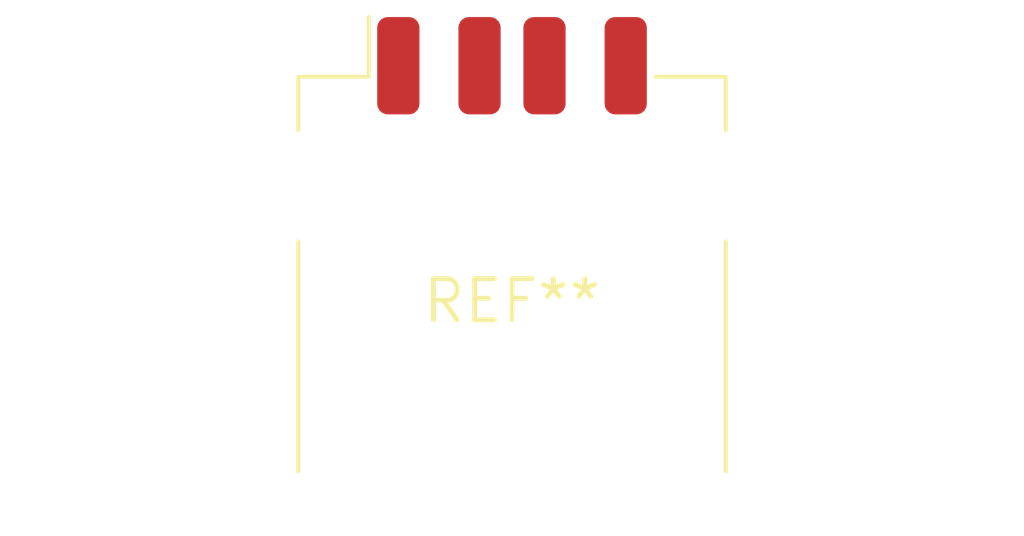
<source format=kicad_pcb>
(kicad_pcb (version 20240108) (generator pcbnew)
  (layers (0 "F.Cu" signal) (31 "B.Cu" signal) (34 "B.Paste" user) (35 "F.Paste" user) (36 "B.SilkS" user "B.Silkscreen") (37 "F.SilkS" user "F.Silkscreen") (38 "B.Mask" user) (39 "F.Mask" user) (44 "Edge.Cuts" user))
  (net 0 "")
  (footprint "USB_A_Receptacle_GCT_USB1046" (layer "F.Cu") (at 0 0)
    (property "Reference" "REF**")
    (property "Value" "USB_A_Receptacle_GCT_USB1046")
    (fp_line (start -6.58 -6.91) (end -6.58 -5.26) (layer "F.SilkS") (stroke (width 0.12)))
    (fp_line (start -6.58 -1.84) (end -6.58 5.25) (layer "F.SilkS") (stroke (width 0.12)))
    (fp_line (start -4.41 -6.91) (end -6.58 -6.91) (layer "F.SilkS") (stroke (width 0.12)))
    (fp_line (start -4.41 -6.91) (end -4.41 -8.75) (layer "F.SilkS") (stroke (width 0.12)))
    (fp_line (start 4.41 -6.91) (end 6.58 -6.91) (layer "F.SilkS") (stroke (width 0.12)))
    (fp_line (start 6.58 -6.91) (end 6.58 -5.26) (layer "F.SilkS") (stroke (width 0.12)))
    (fp_line (start 6.58 -1.84) (end 6.58 5.25) (layer "F.SilkS") (stroke (width 0.12)))
    (pad "1" smd roundrect (at -3.5 -7.25) (size 1.3 3) (layers "F.Cu" "F.Paste" "F.Mask"))
    (pad "2" smd roundrect (at -1 -7.25) (size 1.3 3) (layers "F.Cu" "F.Paste" "F.Mask"))
    (pad "3" smd roundrect (at 1 -7.25) (size 1.3 3) (layers "F.Cu" "F.Paste" "F.Mask"))
    (pad "4" smd roundrect (at 3.5 -7.25) (size 1.3 3) (layers "F.Cu" "F.Paste" "F.Mask"))
    (pad "5" thru_hole oval (at -6.4 -3.55) (size 1.2 2.9) (drill oval 0.6 2.3) (layers *.Cu *.Mask) (remove_unused_layers))
    (pad "5" thru_hole oval (at 6.4 -3.55) (size 1.2 2.9) (drill oval 0.6 2.3) (layers *.Cu *.Mask) (remove_unused_layers))
  )
)
</source>
